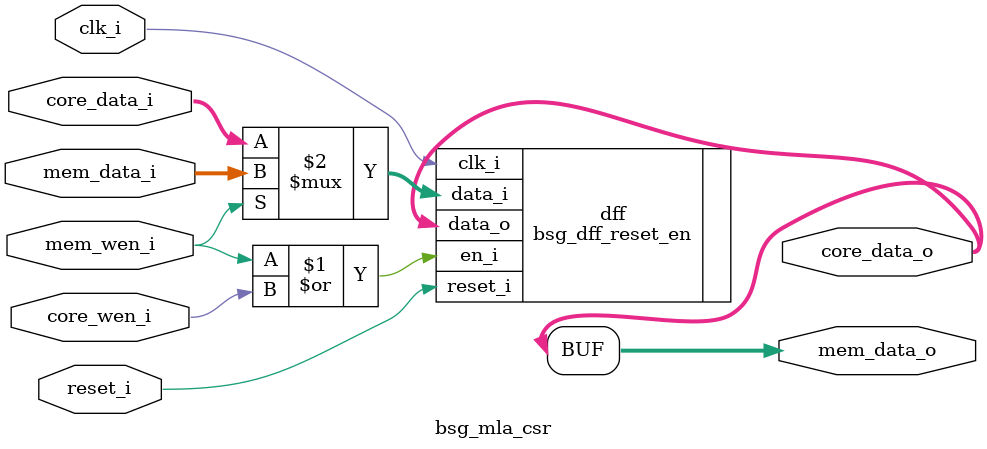
<source format=sv>

`include "bsg_mla_defines.svh"

module bsg_mla_csr #( parameter core_width_p = -1
                    , parameter mem_width_p  = core_width_p
                    )
  ( input  logic                    clk_i
  , input  logic                    reset_i

  , input  logic [mem_width_p-1:0]  mem_data_i
  , input  logic                    mem_wen_i
  , output logic [mem_width_p-1:0]  mem_data_o

  , input  logic [core_width_p-1:0] core_data_i
  , input  logic                    core_wen_i
  , output logic [core_width_p-1:0] core_data_o
  );

  bsg_dff_reset_en #(.width_p(core_width_p))
    dff
      (.clk_i(clk_i)
      ,.reset_i(reset_i)
      ,.en_i(mem_wen_i | core_wen_i)
      ,.data_i(mem_wen_i ? mem_data_i[0+:core_width_p] : core_data_i)
      ,.data_o(core_data_o)
      );

  assign mem_data_o = { {mem_width_p-core_width_p {1'b0}} , core_data_o };

endmodule // bsg_mla_csr

</source>
